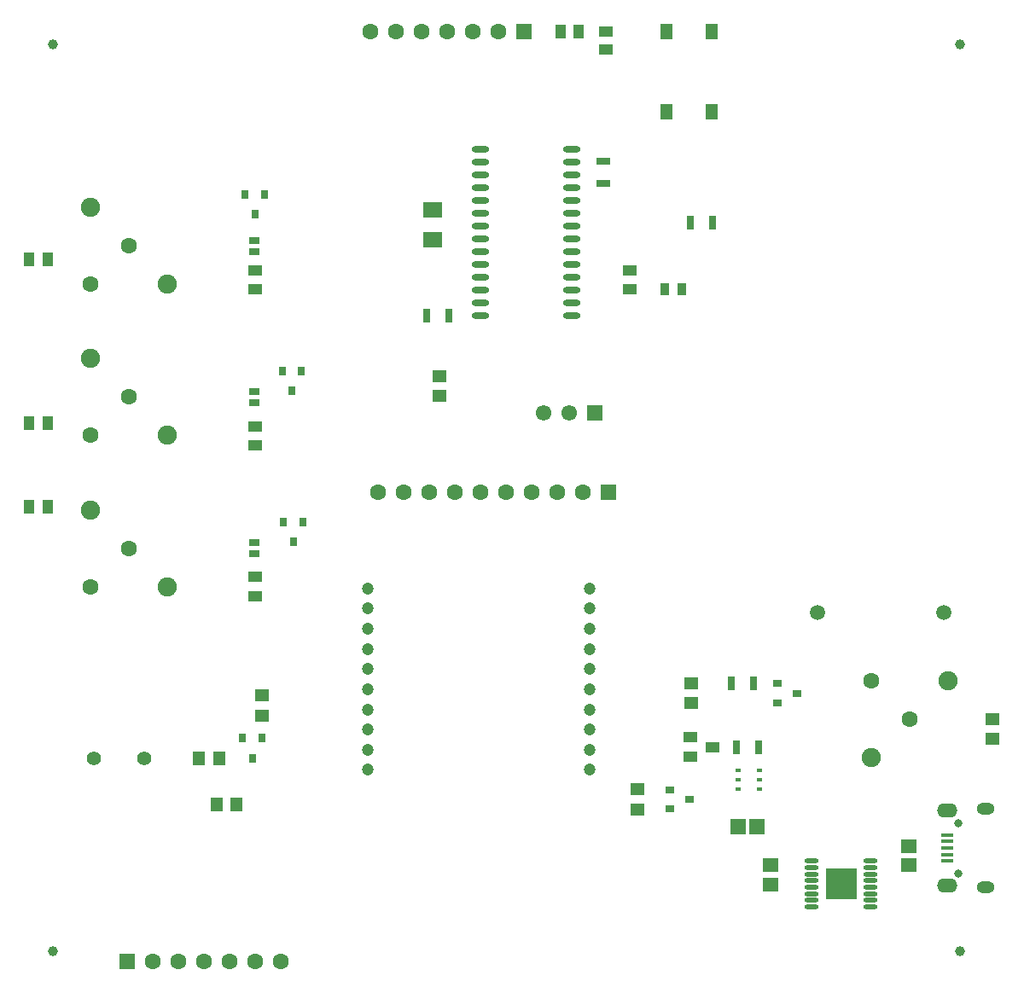
<source format=gbr>
%TF.GenerationSoftware,Altium Limited,Altium Designer,19.1.6 (110)*%
G04 Layer_Color=255*
%FSLAX43Y43*%
%MOMM*%
%TF.FileFunction,Pads,Top*%
%TF.Part,Single*%
G01*
G75*
%TA.AperFunction,SMDPad,CuDef*%
%ADD10R,1.450X1.200*%
%ADD11O,1.750X0.600*%
%ADD12R,1.300X1.550*%
%ADD13R,1.000X1.350*%
%ADD14R,0.850X1.300*%
%ADD15R,1.400X1.050*%
%ADD16R,0.900X0.800*%
%ADD17R,1.400X1.000*%
%ADD18R,0.500X0.450*%
%ADD19R,1.900X1.500*%
%ADD20R,1.500X1.400*%
%ADD21R,1.500X1.550*%
%ADD22R,0.750X1.450*%
%ADD23O,1.400X0.450*%
%ADD24R,3.100X3.100*%
%ADD25R,1.300X0.450*%
%ADD26R,1.100X0.800*%
%ADD27R,0.800X0.900*%
%ADD28R,1.350X1.000*%
%ADD29R,1.200X1.450*%
%ADD30R,1.450X0.750*%
%TA.AperFunction,ComponentPad*%
%ADD33C,1.600*%
%ADD34R,1.600X1.600*%
%ADD35R,1.550X1.550*%
%ADD36C,1.550*%
%ADD37C,1.200*%
%ADD38C,1.400*%
%ADD39C,1.500*%
%ADD40O,1.800X1.150*%
%ADD41C,0.800*%
%ADD42O,2.000X1.400*%
%ADD43C,1.900*%
%TA.AperFunction,WasherPad*%
%ADD44C,1.000*%
D10*
X43355Y62100D02*
D03*
Y60100D02*
D03*
X25715Y28378D02*
D03*
Y30378D02*
D03*
X62992Y21066D02*
D03*
Y19066D02*
D03*
X98171Y28051D02*
D03*
Y26051D02*
D03*
X68326Y31607D02*
D03*
Y29607D02*
D03*
D11*
X56468Y83312D02*
D03*
Y82042D02*
D03*
Y84582D02*
D03*
Y79502D02*
D03*
Y78232D02*
D03*
Y80772D02*
D03*
Y76962D02*
D03*
Y74422D02*
D03*
Y73152D02*
D03*
Y75692D02*
D03*
Y71882D02*
D03*
Y70612D02*
D03*
Y68072D02*
D03*
Y69342D02*
D03*
X47418Y83312D02*
D03*
Y82042D02*
D03*
Y84582D02*
D03*
Y79502D02*
D03*
Y78232D02*
D03*
Y80772D02*
D03*
Y75692D02*
D03*
Y74422D02*
D03*
Y76962D02*
D03*
Y71882D02*
D03*
Y70612D02*
D03*
Y73152D02*
D03*
Y68072D02*
D03*
Y69342D02*
D03*
D12*
X70322Y96304D02*
D03*
X65822D02*
D03*
X70322Y88354D02*
D03*
X65822D02*
D03*
D13*
X4456Y49149D02*
D03*
X2656D02*
D03*
X55361Y96266D02*
D03*
X57161D02*
D03*
X2656Y73660D02*
D03*
X4456D02*
D03*
X2656Y57404D02*
D03*
X4456D02*
D03*
D14*
X67398Y70739D02*
D03*
X65698D02*
D03*
D15*
X62230Y72578D02*
D03*
Y70678D02*
D03*
X25019Y72578D02*
D03*
Y70678D02*
D03*
X25019Y55184D02*
D03*
Y57084D02*
D03*
X25019Y40256D02*
D03*
Y42156D02*
D03*
D16*
X78851Y30607D02*
D03*
X76851Y29657D02*
D03*
Y31557D02*
D03*
X66183Y21016D02*
D03*
Y19116D02*
D03*
X68183Y20066D02*
D03*
D17*
X70442Y25273D02*
D03*
X68242Y26223D02*
D03*
Y24323D02*
D03*
D18*
X75057Y22982D02*
D03*
Y22032D02*
D03*
Y21082D02*
D03*
X72957Y22982D02*
D03*
Y22032D02*
D03*
Y21082D02*
D03*
D19*
X42672Y78589D02*
D03*
Y75589D02*
D03*
D20*
X76200Y13523D02*
D03*
Y11623D02*
D03*
X89916Y13528D02*
D03*
Y15428D02*
D03*
D21*
X74814Y17399D02*
D03*
X73014D02*
D03*
D22*
X74481Y31623D02*
D03*
X72331D02*
D03*
X68267Y77343D02*
D03*
X70417D02*
D03*
X44255Y68072D02*
D03*
X42105D02*
D03*
X72839Y25273D02*
D03*
X74989D02*
D03*
D23*
X86135Y13959D02*
D03*
Y13309D02*
D03*
Y12659D02*
D03*
Y12009D02*
D03*
Y11359D02*
D03*
Y10709D02*
D03*
Y9409D02*
D03*
Y10059D02*
D03*
X80235Y13959D02*
D03*
Y12659D02*
D03*
Y12009D02*
D03*
Y13309D02*
D03*
Y10709D02*
D03*
Y11359D02*
D03*
Y9409D02*
D03*
Y10059D02*
D03*
D24*
X83185Y11684D02*
D03*
D25*
X93726Y16540D02*
D03*
Y15240D02*
D03*
Y15890D02*
D03*
Y14590D02*
D03*
Y13940D02*
D03*
D26*
X25000Y45550D02*
D03*
Y44450D02*
D03*
Y74450D02*
D03*
Y75550D02*
D03*
Y59450D02*
D03*
Y60550D02*
D03*
D27*
X25715Y26146D02*
D03*
X23815D02*
D03*
X24765Y24146D02*
D03*
X25969Y80121D02*
D03*
X24069D02*
D03*
X25019Y78121D02*
D03*
X29652Y62595D02*
D03*
X27752D02*
D03*
X28702Y60595D02*
D03*
X29779Y47609D02*
D03*
X27879D02*
D03*
X28829Y45609D02*
D03*
D28*
X59817Y96277D02*
D03*
Y94477D02*
D03*
D29*
X21225Y19558D02*
D03*
X23225D02*
D03*
X19475Y24146D02*
D03*
X21475D02*
D03*
D30*
X59563Y83371D02*
D03*
Y81221D02*
D03*
D33*
X14920Y4000D02*
D03*
X17460D02*
D03*
X20000D02*
D03*
X22540D02*
D03*
X25080D02*
D03*
X27620D02*
D03*
X37211Y50546D02*
D03*
X42291D02*
D03*
X47371D02*
D03*
X52451D02*
D03*
X57531D02*
D03*
X54991D02*
D03*
X49911D02*
D03*
X44831D02*
D03*
X39751D02*
D03*
X49149Y96266D02*
D03*
X46609D02*
D03*
X44069D02*
D03*
X41529D02*
D03*
X38989D02*
D03*
X36449D02*
D03*
X12500Y75000D02*
D03*
X8690Y71190D02*
D03*
Y56190D02*
D03*
X12500Y60000D02*
D03*
X8690Y41190D02*
D03*
X12500Y45000D02*
D03*
X86190Y31810D02*
D03*
X90000Y28000D02*
D03*
D34*
X12380Y4000D02*
D03*
X60071Y50546D02*
D03*
X51689Y96266D02*
D03*
D35*
X58714Y58404D02*
D03*
D36*
X53634D02*
D03*
X56174D02*
D03*
D37*
X58244Y41000D02*
D03*
Y37000D02*
D03*
Y39000D02*
D03*
Y33000D02*
D03*
Y31000D02*
D03*
Y35000D02*
D03*
Y27000D02*
D03*
Y29000D02*
D03*
Y25000D02*
D03*
Y23000D02*
D03*
X36244Y41000D02*
D03*
Y37000D02*
D03*
Y39000D02*
D03*
Y33000D02*
D03*
Y31000D02*
D03*
Y35000D02*
D03*
Y27000D02*
D03*
Y29000D02*
D03*
Y23000D02*
D03*
Y25000D02*
D03*
D38*
X9057Y24130D02*
D03*
X14057D02*
D03*
D39*
X93372Y38611D02*
D03*
X80872D02*
D03*
D40*
X97526Y19115D02*
D03*
Y11365D02*
D03*
D41*
X94826Y17740D02*
D03*
Y12740D02*
D03*
D42*
X93726Y18965D02*
D03*
Y11515D02*
D03*
D43*
X8690Y78810D02*
D03*
X16310Y71190D02*
D03*
Y56190D02*
D03*
X8690Y63810D02*
D03*
X16310Y41190D02*
D03*
X8690Y48810D02*
D03*
X86190Y24190D02*
D03*
X93810Y31810D02*
D03*
D44*
X5000Y5000D02*
D03*
X95000D02*
D03*
Y95000D02*
D03*
X5000D02*
D03*
%TF.MD5,b7126fb1586c0312b36b66f4e380276f*%
M02*

</source>
